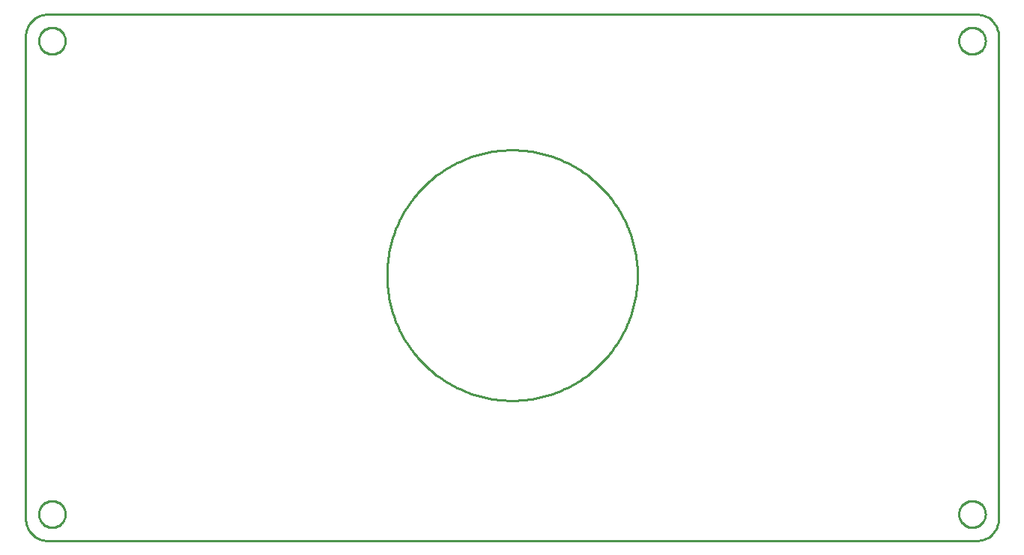
<source format=gbr>
G04 EAGLE Gerber RS-274X export*
G75*
%MOMM*%
%FSLAX34Y34*%
%LPD*%
%IN*%
%IPPOS*%
%AMOC8*
5,1,8,0,0,1.08239X$1,22.5*%
G01*
%ADD10C,0.254000*%


D10*
X0Y25000D02*
X95Y22821D01*
X380Y20659D01*
X852Y18530D01*
X1508Y16450D01*
X2342Y14435D01*
X3349Y12500D01*
X4521Y10661D01*
X5849Y8930D01*
X7322Y7322D01*
X8930Y5849D01*
X10661Y4521D01*
X12500Y3349D01*
X14435Y2342D01*
X16450Y1508D01*
X18530Y852D01*
X20659Y380D01*
X22821Y95D01*
X25000Y0D01*
X1075000Y0D01*
X1077179Y95D01*
X1079341Y380D01*
X1081470Y852D01*
X1083551Y1508D01*
X1085565Y2342D01*
X1087500Y3349D01*
X1089339Y4521D01*
X1091070Y5849D01*
X1092678Y7322D01*
X1094151Y8930D01*
X1095479Y10661D01*
X1096651Y12500D01*
X1097658Y14435D01*
X1098492Y16450D01*
X1099148Y18530D01*
X1099620Y20659D01*
X1099905Y22821D01*
X1100000Y25000D01*
X1100000Y570000D01*
X1099905Y572179D01*
X1099620Y574341D01*
X1099148Y576470D01*
X1098492Y578551D01*
X1097658Y580565D01*
X1096651Y582500D01*
X1095479Y584339D01*
X1094151Y586070D01*
X1092678Y587678D01*
X1091070Y589151D01*
X1089339Y590479D01*
X1087500Y591651D01*
X1085565Y592658D01*
X1083551Y593492D01*
X1081470Y594148D01*
X1079341Y594620D01*
X1077179Y594905D01*
X1075000Y595000D01*
X25000Y595000D01*
X22821Y594905D01*
X20659Y594620D01*
X18530Y594148D01*
X16450Y593492D01*
X14435Y592658D01*
X12500Y591651D01*
X10661Y590479D01*
X8930Y589151D01*
X7322Y587678D01*
X5849Y586070D01*
X4521Y584339D01*
X3349Y582500D01*
X2342Y580565D01*
X1508Y578551D01*
X852Y576470D01*
X380Y574341D01*
X95Y572179D01*
X0Y570000D01*
X0Y25000D01*
X691510Y298263D02*
X691510Y301737D01*
X691424Y305209D01*
X691254Y308678D01*
X690999Y312142D01*
X690658Y315599D01*
X690233Y319046D01*
X689723Y322482D01*
X689129Y325904D01*
X688452Y329310D01*
X687691Y332699D01*
X686847Y336069D01*
X685920Y339416D01*
X684912Y342740D01*
X683823Y346038D01*
X682653Y349308D01*
X681403Y352549D01*
X680073Y355758D01*
X678666Y358933D01*
X677181Y362073D01*
X675619Y365176D01*
X673982Y368239D01*
X672270Y371261D01*
X670484Y374240D01*
X668626Y377175D01*
X666696Y380063D01*
X664696Y382902D01*
X662627Y385692D01*
X660490Y388430D01*
X658287Y391115D01*
X656018Y393745D01*
X653685Y396319D01*
X651290Y398834D01*
X648834Y401290D01*
X646319Y403685D01*
X643745Y406018D01*
X641115Y408287D01*
X638430Y410490D01*
X635692Y412627D01*
X632902Y414696D01*
X630063Y416696D01*
X627175Y418626D01*
X624240Y420484D01*
X621261Y422270D01*
X618239Y423982D01*
X615176Y425619D01*
X612073Y427181D01*
X608933Y428666D01*
X605758Y430073D01*
X602549Y431403D01*
X599308Y432653D01*
X596038Y433823D01*
X592740Y434912D01*
X589416Y435920D01*
X586069Y436847D01*
X582699Y437691D01*
X579310Y438452D01*
X575904Y439129D01*
X572482Y439723D01*
X569046Y440233D01*
X565599Y440658D01*
X562142Y440999D01*
X558678Y441254D01*
X555209Y441424D01*
X551737Y441510D01*
X548263Y441510D01*
X544791Y441424D01*
X541322Y441254D01*
X537858Y440999D01*
X534401Y440658D01*
X530954Y440233D01*
X527518Y439723D01*
X524096Y439129D01*
X520690Y438452D01*
X517301Y437691D01*
X513931Y436847D01*
X510584Y435920D01*
X507260Y434912D01*
X503962Y433823D01*
X500692Y432653D01*
X497451Y431403D01*
X494242Y430073D01*
X491067Y428666D01*
X487927Y427181D01*
X484824Y425619D01*
X481761Y423982D01*
X478739Y422270D01*
X475760Y420484D01*
X472825Y418626D01*
X469937Y416696D01*
X467098Y414696D01*
X464308Y412627D01*
X461570Y410490D01*
X458885Y408287D01*
X456255Y406018D01*
X453681Y403685D01*
X451166Y401290D01*
X448710Y398834D01*
X446315Y396319D01*
X443982Y393745D01*
X441713Y391115D01*
X439510Y388430D01*
X437373Y385692D01*
X435304Y382902D01*
X433304Y380063D01*
X431374Y377175D01*
X429516Y374240D01*
X427730Y371261D01*
X426018Y368239D01*
X424381Y365176D01*
X422819Y362073D01*
X421334Y358933D01*
X419927Y355758D01*
X418598Y352549D01*
X417347Y349308D01*
X416177Y346038D01*
X415088Y342740D01*
X414080Y339416D01*
X413153Y336069D01*
X412309Y332699D01*
X411548Y329310D01*
X410871Y325904D01*
X410277Y322482D01*
X409767Y319046D01*
X409342Y315599D01*
X409002Y312142D01*
X408746Y308678D01*
X408576Y305209D01*
X408490Y301737D01*
X408490Y298263D01*
X408576Y294791D01*
X408746Y291322D01*
X409002Y287858D01*
X409342Y284401D01*
X409767Y280954D01*
X410277Y277518D01*
X410871Y274096D01*
X411548Y270690D01*
X412309Y267301D01*
X413153Y263931D01*
X414080Y260584D01*
X415088Y257260D01*
X416177Y253962D01*
X417347Y250692D01*
X418598Y247451D01*
X419927Y244242D01*
X421334Y241067D01*
X422819Y237927D01*
X424381Y234824D01*
X426018Y231761D01*
X427730Y228739D01*
X429516Y225760D01*
X431374Y222825D01*
X433304Y219937D01*
X435304Y217098D01*
X437373Y214308D01*
X439510Y211570D01*
X441713Y208885D01*
X443982Y206255D01*
X446315Y203681D01*
X448710Y201166D01*
X451166Y198710D01*
X453681Y196315D01*
X456255Y193982D01*
X458885Y191713D01*
X461570Y189510D01*
X464308Y187373D01*
X467098Y185304D01*
X469937Y183304D01*
X472825Y181374D01*
X475760Y179516D01*
X478739Y177730D01*
X481761Y176018D01*
X484824Y174381D01*
X487927Y172819D01*
X491067Y171334D01*
X494242Y169927D01*
X497451Y168598D01*
X500692Y167347D01*
X503962Y166177D01*
X507260Y165088D01*
X510584Y164080D01*
X513931Y163153D01*
X517301Y162309D01*
X520690Y161548D01*
X524096Y160871D01*
X527518Y160277D01*
X530954Y159767D01*
X534401Y159342D01*
X537858Y159002D01*
X541322Y158746D01*
X544791Y158576D01*
X548263Y158490D01*
X551737Y158490D01*
X555209Y158576D01*
X558678Y158746D01*
X562142Y159002D01*
X565599Y159342D01*
X569046Y159767D01*
X572482Y160277D01*
X575904Y160871D01*
X579310Y161548D01*
X582699Y162309D01*
X586069Y163153D01*
X589416Y164080D01*
X592740Y165088D01*
X596038Y166177D01*
X599308Y167347D01*
X602549Y168598D01*
X605758Y169927D01*
X608933Y171334D01*
X612073Y172819D01*
X615176Y174381D01*
X618239Y176018D01*
X621261Y177730D01*
X624240Y179516D01*
X627175Y181374D01*
X630063Y183304D01*
X632902Y185304D01*
X635692Y187373D01*
X638430Y189510D01*
X641115Y191713D01*
X643745Y193982D01*
X646319Y196315D01*
X648834Y198710D01*
X651290Y201166D01*
X653685Y203681D01*
X656018Y206255D01*
X658287Y208885D01*
X660490Y211570D01*
X662627Y214308D01*
X664696Y217098D01*
X666696Y219937D01*
X668626Y222825D01*
X670484Y225760D01*
X672270Y228739D01*
X673982Y231761D01*
X675619Y234824D01*
X677181Y237927D01*
X678666Y241067D01*
X680073Y244242D01*
X681403Y247451D01*
X682653Y250692D01*
X683823Y253962D01*
X684912Y257260D01*
X685920Y260584D01*
X686847Y263931D01*
X687691Y267301D01*
X688452Y270690D01*
X689129Y274096D01*
X689723Y277518D01*
X690233Y280954D01*
X690658Y284401D01*
X690999Y287858D01*
X691254Y291322D01*
X691424Y294791D01*
X691510Y298263D01*
X1085000Y564464D02*
X1084924Y563396D01*
X1084771Y562335D01*
X1084543Y561288D01*
X1084241Y560260D01*
X1083867Y559256D01*
X1083422Y558281D01*
X1082908Y557341D01*
X1082329Y556440D01*
X1081687Y555582D01*
X1080985Y554772D01*
X1080228Y554015D01*
X1079418Y553313D01*
X1078560Y552671D01*
X1077659Y552092D01*
X1076719Y551578D01*
X1075744Y551133D01*
X1074740Y550759D01*
X1073712Y550457D01*
X1072665Y550229D01*
X1071604Y550076D01*
X1070536Y550000D01*
X1069464Y550000D01*
X1068396Y550076D01*
X1067335Y550229D01*
X1066288Y550457D01*
X1065260Y550759D01*
X1064256Y551133D01*
X1063281Y551578D01*
X1062341Y552092D01*
X1061440Y552671D01*
X1060582Y553313D01*
X1059772Y554015D01*
X1059015Y554772D01*
X1058313Y555582D01*
X1057671Y556440D01*
X1057092Y557341D01*
X1056578Y558281D01*
X1056133Y559256D01*
X1055759Y560260D01*
X1055457Y561288D01*
X1055229Y562335D01*
X1055076Y563396D01*
X1055000Y564464D01*
X1055000Y565536D01*
X1055076Y566604D01*
X1055229Y567665D01*
X1055457Y568712D01*
X1055759Y569740D01*
X1056133Y570744D01*
X1056578Y571719D01*
X1057092Y572659D01*
X1057671Y573560D01*
X1058313Y574418D01*
X1059015Y575228D01*
X1059772Y575985D01*
X1060582Y576687D01*
X1061440Y577329D01*
X1062341Y577908D01*
X1063281Y578422D01*
X1064256Y578867D01*
X1065260Y579241D01*
X1066288Y579543D01*
X1067335Y579771D01*
X1068396Y579924D01*
X1069464Y580000D01*
X1070536Y580000D01*
X1071604Y579924D01*
X1072665Y579771D01*
X1073712Y579543D01*
X1074740Y579241D01*
X1075744Y578867D01*
X1076719Y578422D01*
X1077659Y577908D01*
X1078560Y577329D01*
X1079418Y576687D01*
X1080228Y575985D01*
X1080985Y575228D01*
X1081687Y574418D01*
X1082329Y573560D01*
X1082908Y572659D01*
X1083422Y571719D01*
X1083867Y570744D01*
X1084241Y569740D01*
X1084543Y568712D01*
X1084771Y567665D01*
X1084924Y566604D01*
X1085000Y565536D01*
X1085000Y564464D01*
X1085000Y29464D02*
X1084924Y28396D01*
X1084771Y27335D01*
X1084543Y26288D01*
X1084241Y25260D01*
X1083867Y24256D01*
X1083422Y23281D01*
X1082908Y22341D01*
X1082329Y21440D01*
X1081687Y20582D01*
X1080985Y19772D01*
X1080228Y19015D01*
X1079418Y18313D01*
X1078560Y17671D01*
X1077659Y17092D01*
X1076719Y16578D01*
X1075744Y16133D01*
X1074740Y15759D01*
X1073712Y15457D01*
X1072665Y15229D01*
X1071604Y15076D01*
X1070536Y15000D01*
X1069464Y15000D01*
X1068396Y15076D01*
X1067335Y15229D01*
X1066288Y15457D01*
X1065260Y15759D01*
X1064256Y16133D01*
X1063281Y16578D01*
X1062341Y17092D01*
X1061440Y17671D01*
X1060582Y18313D01*
X1059772Y19015D01*
X1059015Y19772D01*
X1058313Y20582D01*
X1057671Y21440D01*
X1057092Y22341D01*
X1056578Y23281D01*
X1056133Y24256D01*
X1055759Y25260D01*
X1055457Y26288D01*
X1055229Y27335D01*
X1055076Y28396D01*
X1055000Y29464D01*
X1055000Y30536D01*
X1055076Y31604D01*
X1055229Y32665D01*
X1055457Y33712D01*
X1055759Y34740D01*
X1056133Y35744D01*
X1056578Y36719D01*
X1057092Y37659D01*
X1057671Y38560D01*
X1058313Y39418D01*
X1059015Y40228D01*
X1059772Y40985D01*
X1060582Y41687D01*
X1061440Y42329D01*
X1062341Y42908D01*
X1063281Y43422D01*
X1064256Y43867D01*
X1065260Y44241D01*
X1066288Y44543D01*
X1067335Y44771D01*
X1068396Y44924D01*
X1069464Y45000D01*
X1070536Y45000D01*
X1071604Y44924D01*
X1072665Y44771D01*
X1073712Y44543D01*
X1074740Y44241D01*
X1075744Y43867D01*
X1076719Y43422D01*
X1077659Y42908D01*
X1078560Y42329D01*
X1079418Y41687D01*
X1080228Y40985D01*
X1080985Y40228D01*
X1081687Y39418D01*
X1082329Y38560D01*
X1082908Y37659D01*
X1083422Y36719D01*
X1083867Y35744D01*
X1084241Y34740D01*
X1084543Y33712D01*
X1084771Y32665D01*
X1084924Y31604D01*
X1085000Y30536D01*
X1085000Y29464D01*
X45000Y29464D02*
X44924Y28396D01*
X44771Y27335D01*
X44543Y26288D01*
X44241Y25260D01*
X43867Y24256D01*
X43422Y23281D01*
X42908Y22341D01*
X42329Y21440D01*
X41687Y20582D01*
X40985Y19772D01*
X40228Y19015D01*
X39418Y18313D01*
X38560Y17671D01*
X37659Y17092D01*
X36719Y16578D01*
X35744Y16133D01*
X34740Y15759D01*
X33712Y15457D01*
X32665Y15229D01*
X31604Y15076D01*
X30536Y15000D01*
X29464Y15000D01*
X28396Y15076D01*
X27335Y15229D01*
X26288Y15457D01*
X25260Y15759D01*
X24256Y16133D01*
X23281Y16578D01*
X22341Y17092D01*
X21440Y17671D01*
X20582Y18313D01*
X19772Y19015D01*
X19015Y19772D01*
X18313Y20582D01*
X17671Y21440D01*
X17092Y22341D01*
X16578Y23281D01*
X16133Y24256D01*
X15759Y25260D01*
X15457Y26288D01*
X15229Y27335D01*
X15076Y28396D01*
X15000Y29464D01*
X15000Y30536D01*
X15076Y31604D01*
X15229Y32665D01*
X15457Y33712D01*
X15759Y34740D01*
X16133Y35744D01*
X16578Y36719D01*
X17092Y37659D01*
X17671Y38560D01*
X18313Y39418D01*
X19015Y40228D01*
X19772Y40985D01*
X20582Y41687D01*
X21440Y42329D01*
X22341Y42908D01*
X23281Y43422D01*
X24256Y43867D01*
X25260Y44241D01*
X26288Y44543D01*
X27335Y44771D01*
X28396Y44924D01*
X29464Y45000D01*
X30536Y45000D01*
X31604Y44924D01*
X32665Y44771D01*
X33712Y44543D01*
X34740Y44241D01*
X35744Y43867D01*
X36719Y43422D01*
X37659Y42908D01*
X38560Y42329D01*
X39418Y41687D01*
X40228Y40985D01*
X40985Y40228D01*
X41687Y39418D01*
X42329Y38560D01*
X42908Y37659D01*
X43422Y36719D01*
X43867Y35744D01*
X44241Y34740D01*
X44543Y33712D01*
X44771Y32665D01*
X44924Y31604D01*
X45000Y30536D01*
X45000Y29464D01*
X45000Y564464D02*
X44924Y563396D01*
X44771Y562335D01*
X44543Y561288D01*
X44241Y560260D01*
X43867Y559256D01*
X43422Y558281D01*
X42908Y557341D01*
X42329Y556440D01*
X41687Y555582D01*
X40985Y554772D01*
X40228Y554015D01*
X39418Y553313D01*
X38560Y552671D01*
X37659Y552092D01*
X36719Y551578D01*
X35744Y551133D01*
X34740Y550759D01*
X33712Y550457D01*
X32665Y550229D01*
X31604Y550076D01*
X30536Y550000D01*
X29464Y550000D01*
X28396Y550076D01*
X27335Y550229D01*
X26288Y550457D01*
X25260Y550759D01*
X24256Y551133D01*
X23281Y551578D01*
X22341Y552092D01*
X21440Y552671D01*
X20582Y553313D01*
X19772Y554015D01*
X19015Y554772D01*
X18313Y555582D01*
X17671Y556440D01*
X17092Y557341D01*
X16578Y558281D01*
X16133Y559256D01*
X15759Y560260D01*
X15457Y561288D01*
X15229Y562335D01*
X15076Y563396D01*
X15000Y564464D01*
X15000Y565536D01*
X15076Y566604D01*
X15229Y567665D01*
X15457Y568712D01*
X15759Y569740D01*
X16133Y570744D01*
X16578Y571719D01*
X17092Y572659D01*
X17671Y573560D01*
X18313Y574418D01*
X19015Y575228D01*
X19772Y575985D01*
X20582Y576687D01*
X21440Y577329D01*
X22341Y577908D01*
X23281Y578422D01*
X24256Y578867D01*
X25260Y579241D01*
X26288Y579543D01*
X27335Y579771D01*
X28396Y579924D01*
X29464Y580000D01*
X30536Y580000D01*
X31604Y579924D01*
X32665Y579771D01*
X33712Y579543D01*
X34740Y579241D01*
X35744Y578867D01*
X36719Y578422D01*
X37659Y577908D01*
X38560Y577329D01*
X39418Y576687D01*
X40228Y575985D01*
X40985Y575228D01*
X41687Y574418D01*
X42329Y573560D01*
X42908Y572659D01*
X43422Y571719D01*
X43867Y570744D01*
X44241Y569740D01*
X44543Y568712D01*
X44771Y567665D01*
X44924Y566604D01*
X45000Y565536D01*
X45000Y564464D01*
M02*

</source>
